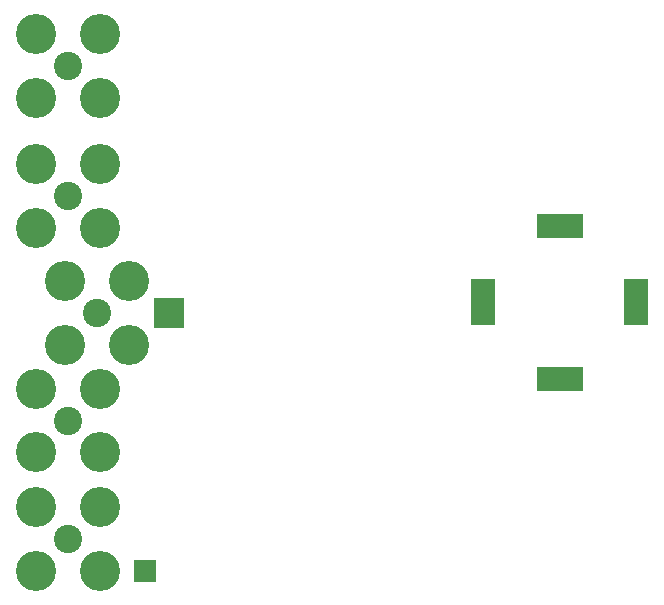
<source format=gts>
G04 #@! TF.FileFunction,Soldermask,Top*
%FSLAX46Y46*%
G04 Gerber Fmt 4.6, Leading zero omitted, Abs format (unit mm)*
G04 Created by KiCad (PCBNEW (2015-11-24 BZR 6329)-product) date Sat 25 Feb 2017 12:29:11 PM EST*
%MOMM*%
G01*
G04 APERTURE LIST*
%ADD10C,0.100000*%
%ADD11R,2.000200X4.000200*%
%ADD12R,4.000200X2.000200*%
%ADD13R,1.900000X1.900000*%
%ADD14R,2.635200X2.635200*%
%ADD15C,2.398980*%
%ADD16C,3.400000*%
G04 APERTURE END LIST*
D10*
D11*
X133500000Y-88000000D03*
D12*
X140000000Y-94500000D03*
D11*
X146500000Y-88000000D03*
D12*
X140000000Y-81500000D03*
D13*
X104902000Y-110744000D03*
D14*
X106934000Y-88900000D03*
D15*
X98364000Y-68000000D03*
D16*
X95663980Y-65299980D03*
X95663980Y-70700020D03*
X101064020Y-70700020D03*
X101064020Y-65299980D03*
D15*
X98364000Y-79000000D03*
D16*
X95663980Y-76299980D03*
X95663980Y-81700020D03*
X101064020Y-81700020D03*
X101064020Y-76299980D03*
D15*
X100838000Y-88900000D03*
D16*
X98137980Y-86199980D03*
X98137980Y-91600020D03*
X103538020Y-91600020D03*
X103538020Y-86199980D03*
D15*
X98364000Y-98000000D03*
D16*
X95663980Y-95299980D03*
X95663980Y-100700020D03*
X101064020Y-100700020D03*
X101064020Y-95299980D03*
D15*
X98364000Y-108000000D03*
D16*
X95663980Y-105299980D03*
X95663980Y-110700020D03*
X101064020Y-110700020D03*
X101064020Y-105299980D03*
M02*

</source>
